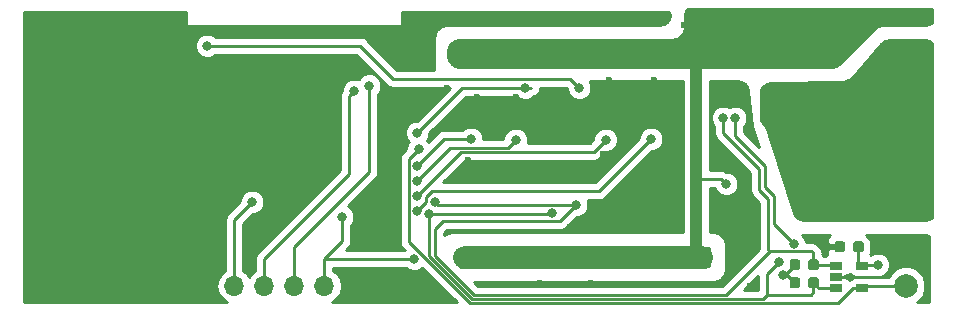
<source format=gbl>
G04 #@! TF.GenerationSoftware,KiCad,Pcbnew,5.0.0-rc3-unknown-3df2743~65~ubuntu18.04.1*
G04 #@! TF.CreationDate,2018-07-04T11:38:03+02:00*
G04 #@! TF.ProjectId,ESP32-li-ion-cell-monitor,45535033322D6C692D696F6E2D63656C,1.0*
G04 #@! TF.SameCoordinates,Original*
G04 #@! TF.FileFunction,Copper,L2,Bot,Signal*
G04 #@! TF.FilePolarity,Positive*
%FSLAX46Y46*%
G04 Gerber Fmt 4.6, Leading zero omitted, Abs format (unit mm)*
G04 Created by KiCad (PCBNEW 5.0.0-rc3-unknown-3df2743~65~ubuntu18.04.1) date Wed Jul  4 11:38:03 2018*
%MOMM*%
%LPD*%
G01*
G04 APERTURE LIST*
G04 #@! TA.AperFunction,ComponentPad*
%ADD10C,0.300000*%
G04 #@! TD*
G04 #@! TA.AperFunction,ViaPad*
%ADD11C,0.600000*%
G04 #@! TD*
G04 #@! TA.AperFunction,ComponentPad*
%ADD12O,1.700000X1.700000*%
G04 #@! TD*
G04 #@! TA.AperFunction,ComponentPad*
%ADD13R,1.700000X1.700000*%
G04 #@! TD*
G04 #@! TA.AperFunction,ComponentPad*
%ADD14C,0.800000*%
G04 #@! TD*
G04 #@! TA.AperFunction,BGAPad,CuDef*
%ADD15C,2.000000*%
G04 #@! TD*
G04 #@! TA.AperFunction,Conductor*
%ADD16C,0.100000*%
G04 #@! TD*
G04 #@! TA.AperFunction,SMDPad,CuDef*
%ADD17C,0.875000*%
G04 #@! TD*
G04 #@! TA.AperFunction,SMDPad,CuDef*
%ADD18R,1.060000X0.650000*%
G04 #@! TD*
G04 #@! TA.AperFunction,ComponentPad*
%ADD19C,10.160000*%
G04 #@! TD*
G04 #@! TA.AperFunction,ViaPad*
%ADD20C,0.800000*%
G04 #@! TD*
G04 #@! TA.AperFunction,ViaPad*
%ADD21C,2.000000*%
G04 #@! TD*
G04 #@! TA.AperFunction,Conductor*
%ADD22C,0.250000*%
G04 #@! TD*
G04 #@! TA.AperFunction,Conductor*
%ADD23C,1.000000*%
G04 #@! TD*
G04 #@! TA.AperFunction,Conductor*
%ADD24C,0.254000*%
G04 #@! TD*
G04 APERTURE END LIST*
D10*
G04 #@! TO.P,U1,9*
G04 #@! TO.N,GND*
X215392000Y-70604000D03*
X215392000Y-70279000D03*
X215392000Y-69929000D03*
X215392000Y-69604000D03*
G04 #@! TD*
D11*
G04 #@! TO.N,GND*
G04 #@! TO.C,REF\002A\002A*
X216916000Y-59944000D03*
G04 #@! TD*
G04 #@! TO.N,VCC*
G04 #@! TO.C,REF\002A\002A*
X201422000Y-72898000D03*
G04 #@! TD*
G04 #@! TO.N,VCC*
G04 #@! TO.C,REF\002A\002A*
X202438000Y-72898000D03*
G04 #@! TD*
G04 #@! TO.N,VCC*
G04 #@! TO.C,REF\002A\002A*
X202438000Y-71882000D03*
G04 #@! TD*
G04 #@! TO.N,VCC*
G04 #@! TO.C,REF\002A\002A*
X200406000Y-72898000D03*
G04 #@! TD*
G04 #@! TO.N,VCC*
G04 #@! TO.C,REF\002A\002A*
X200406000Y-71882000D03*
G04 #@! TD*
G04 #@! TO.N,VCC*
G04 #@! TO.C,REF\002A\002A*
X202438000Y-55626000D03*
G04 #@! TD*
G04 #@! TO.N,VCC*
G04 #@! TO.C,REF\002A\002A*
X201422000Y-55626000D03*
G04 #@! TD*
G04 #@! TO.N,VCC*
G04 #@! TO.C,REF\002A\002A*
X200406000Y-55626000D03*
G04 #@! TD*
G04 #@! TO.N,VCC*
G04 #@! TO.C,REF\002A\002A*
X200406000Y-54610000D03*
G04 #@! TD*
G04 #@! TO.N,VCC*
G04 #@! TO.C,REF\002A\002A*
X202438000Y-54610000D03*
G04 #@! TD*
G04 #@! TO.N,VCC*
G04 #@! TO.C,REF\002A\002A*
X231902000Y-52324000D03*
G04 #@! TD*
G04 #@! TO.N,GND*
G04 #@! TO.C,REF\002A\002A*
X199390000Y-74676000D03*
G04 #@! TD*
G04 #@! TO.N,GND*
G04 #@! TO.C,REF\002A\002A*
X203708000Y-74676000D03*
G04 #@! TD*
G04 #@! TO.N,GND*
G04 #@! TO.C,REF\002A\002A*
X214630000Y-68580000D03*
G04 #@! TD*
G04 #@! TO.N,GND*
G04 #@! TO.C,REF\002A\002A*
X228600000Y-71374000D03*
G04 #@! TD*
G04 #@! TO.N,GND*
G04 #@! TO.C,REF\002A\002A*
X231902000Y-73406000D03*
G04 #@! TD*
G04 #@! TO.N,+BATT*
G04 #@! TO.C,REF\002A\002A*
X223012000Y-58166000D03*
G04 #@! TD*
G04 #@! TO.N,+BATT*
G04 #@! TO.C,REF\002A\002A*
X231648000Y-59436000D03*
G04 #@! TD*
G04 #@! TO.N,+BATT*
G04 #@! TO.C,REF\002A\002A*
X221488000Y-68326000D03*
G04 #@! TD*
G04 #@! TO.N,+BATT*
G04 #@! TO.C,REF\002A\002A*
X231394000Y-68326000D03*
G04 #@! TD*
G04 #@! TO.N,+BATT*
G04 #@! TO.C,REF\002A\002A*
X231648000Y-54864000D03*
G04 #@! TD*
G04 #@! TO.N,+BATT*
G04 #@! TO.C,REF\002A\002A*
X219964000Y-60706000D03*
G04 #@! TD*
G04 #@! TO.N,VCC*
G04 #@! TO.C,REF\002A\002A*
X220472000Y-55118000D03*
G04 #@! TD*
G04 #@! TO.N,VCC*
G04 #@! TO.C,REF\002A\002A*
X201422000Y-71882000D03*
G04 #@! TD*
G04 #@! TO.N,VCC*
G04 #@! TO.C,REF\002A\002A*
X201422000Y-54610000D03*
G04 #@! TD*
G04 #@! TO.N,GND*
G04 #@! TO.C,REF\002A\002A*
X205232000Y-57500000D03*
G04 #@! TD*
G04 #@! TO.N,GND*
G04 #@! TO.C,REF\002A\002A*
X209042000Y-59182000D03*
G04 #@! TD*
G04 #@! TO.N,GND*
G04 #@! TO.C,REF\002A\002A*
X197358000Y-58928000D03*
G04 #@! TD*
G04 #@! TO.N,GND*
G04 #@! TO.C,REF\002A\002A*
X194056000Y-58928000D03*
G04 #@! TD*
G04 #@! TO.N,GND*
G04 #@! TO.C,REF\002A\002A*
X208534000Y-64516000D03*
G04 #@! TD*
G04 #@! TO.N,GND*
G04 #@! TO.C,REF\002A\002A*
X193294000Y-64262000D03*
G04 #@! TD*
G04 #@! TO.N,GND*
G04 #@! TO.C,REF\002A\002A*
X193294000Y-64770000D03*
G04 #@! TD*
G04 #@! TO.N,GND*
G04 #@! TO.C,REF\002A\002A*
X197358000Y-64516000D03*
G04 #@! TD*
G04 #@! TO.N,GND*
G04 #@! TO.C,REF\002A\002A*
X204724000Y-64516000D03*
G04 #@! TD*
G04 #@! TO.N,VCC*
G04 #@! TO.C,REF\002A\002A*
X211582000Y-54610000D03*
G04 #@! TD*
G04 #@! TO.N,VCC*
G04 #@! TO.C,REF\002A\002A*
X213614000Y-54610000D03*
G04 #@! TD*
G04 #@! TO.N,VCC*
G04 #@! TO.C,REF\002A\002A*
X213614000Y-52832000D03*
G04 #@! TD*
G04 #@! TO.N,VCC*
G04 #@! TO.C,REF\002A\002A*
X211582000Y-52832000D03*
G04 #@! TD*
G04 #@! TO.N,VCC*
G04 #@! TO.C,REF\002A\002A*
X213614000Y-71882000D03*
G04 #@! TD*
G04 #@! TO.N,VCC*
G04 #@! TO.C,REF\002A\002A*
X213614000Y-73152000D03*
G04 #@! TD*
G04 #@! TO.N,VCC*
G04 #@! TO.C,REF\002A\002A*
X211328000Y-73152000D03*
G04 #@! TD*
G04 #@! TO.N,VCC*
G04 #@! TO.C,REF\002A\002A*
X211328000Y-71882000D03*
G04 #@! TD*
G04 #@! TO.N,GND*
G04 #@! TO.C,REF\002A\002A*
X217170000Y-74930000D03*
G04 #@! TD*
G04 #@! TO.N,GND*
G04 #@! TO.C,REF\002A\002A*
X223139000Y-71247000D03*
G04 #@! TD*
G04 #@! TO.N,GND*
G04 #@! TO.C,REF\002A\002A*
X204724000Y-63754000D03*
G04 #@! TD*
G04 #@! TO.N,GND*
G04 #@! TO.C,REF\002A\002A*
X198628000Y-64770000D03*
G04 #@! TD*
G04 #@! TO.N,GND*
G04 #@! TO.C,REF\002A\002A*
X230378000Y-71628000D03*
G04 #@! TD*
G04 #@! TO.N,GND*
G04 #@! TO.C,REF\002A\002A*
X217170000Y-72390000D03*
G04 #@! TD*
G04 #@! TO.N,GND*
G04 #@! TO.C,REF\002A\002A*
X215392000Y-73406000D03*
G04 #@! TD*
G04 #@! TO.N,GND*
G04 #@! TO.C,REF\002A\002A*
X209804000Y-64770000D03*
G04 #@! TD*
G04 #@! TO.N,GND*
G04 #@! TO.C,REF\002A\002A*
X201168000Y-59690000D03*
G04 #@! TD*
G04 #@! TO.N,GND*
G04 #@! TO.C,REF\002A\002A*
X205232000Y-59182000D03*
G04 #@! TD*
D12*
G04 #@! TO.P,J3,5*
G04 #@! TO.N,/BOOT*
X173482000Y-74930000D03*
G04 #@! TO.P,J3,4*
G04 #@! TO.N,/RX*
X176022000Y-74930000D03*
G04 #@! TO.P,J3,3*
G04 #@! TO.N,/TX*
X178562000Y-74930000D03*
G04 #@! TO.P,J3,2*
G04 #@! TO.N,/EN*
X181102000Y-74930000D03*
D13*
G04 #@! TO.P,J3,1*
G04 #@! TO.N,GND*
X183642000Y-74930000D03*
G04 #@! TD*
D11*
G04 #@! TO.N,GND*
G04 #@! TO.C,REF\002A\002A*
X210000000Y-69000000D03*
G04 #@! TD*
G04 #@! TO.N,GND*
G04 #@! TO.C,REF\002A\002A*
X189230000Y-59182000D03*
G04 #@! TD*
G04 #@! TO.N,GND*
G04 #@! TO.C,REF\002A\002A*
X209000000Y-57500000D03*
G04 #@! TD*
G04 #@! TO.N,GND*
G04 #@! TO.C,REF\002A\002A*
X191516000Y-58166000D03*
G04 #@! TD*
D14*
G04 #@! TO.P,U2,39*
G04 #@! TO.N,GND*
X176856000Y-58990000D03*
X176856000Y-59990000D03*
X176856000Y-60990000D03*
X176856000Y-61990000D03*
X176856000Y-62990000D03*
X177856000Y-62990000D03*
X177856000Y-61990000D03*
X177856000Y-60990000D03*
X177856000Y-59990000D03*
X177856000Y-58990000D03*
X179856000Y-58990000D03*
X179856000Y-59990000D03*
X179856000Y-60990000D03*
X179856000Y-61990000D03*
X179856000Y-62990000D03*
X178856000Y-62990000D03*
X178856000Y-61990000D03*
X178856000Y-60990000D03*
X178856000Y-59990000D03*
X178856000Y-58990000D03*
X180856000Y-62990000D03*
X180856000Y-61990000D03*
X180856000Y-60990000D03*
X180856000Y-59990000D03*
X180856000Y-58990000D03*
G04 #@! TD*
D15*
G04 #@! TO.P,TP8,1*
G04 #@! TO.N,/Alert2*
X230378000Y-74930000D03*
G04 #@! TD*
D16*
G04 #@! TO.N,/SDA*
G04 #@! TO.C,R10*
G36*
X222769691Y-74202053D02*
X222790926Y-74205203D01*
X222811750Y-74210419D01*
X222831962Y-74217651D01*
X222851368Y-74226830D01*
X222869781Y-74237866D01*
X222887024Y-74250654D01*
X222902930Y-74265070D01*
X222917346Y-74280976D01*
X222930134Y-74298219D01*
X222941170Y-74316632D01*
X222950349Y-74336038D01*
X222957581Y-74356250D01*
X222962797Y-74377074D01*
X222965947Y-74398309D01*
X222967000Y-74419750D01*
X222967000Y-74932250D01*
X222965947Y-74953691D01*
X222962797Y-74974926D01*
X222957581Y-74995750D01*
X222950349Y-75015962D01*
X222941170Y-75035368D01*
X222930134Y-75053781D01*
X222917346Y-75071024D01*
X222902930Y-75086930D01*
X222887024Y-75101346D01*
X222869781Y-75114134D01*
X222851368Y-75125170D01*
X222831962Y-75134349D01*
X222811750Y-75141581D01*
X222790926Y-75146797D01*
X222769691Y-75149947D01*
X222748250Y-75151000D01*
X222310750Y-75151000D01*
X222289309Y-75149947D01*
X222268074Y-75146797D01*
X222247250Y-75141581D01*
X222227038Y-75134349D01*
X222207632Y-75125170D01*
X222189219Y-75114134D01*
X222171976Y-75101346D01*
X222156070Y-75086930D01*
X222141654Y-75071024D01*
X222128866Y-75053781D01*
X222117830Y-75035368D01*
X222108651Y-75015962D01*
X222101419Y-74995750D01*
X222096203Y-74974926D01*
X222093053Y-74953691D01*
X222092000Y-74932250D01*
X222092000Y-74419750D01*
X222093053Y-74398309D01*
X222096203Y-74377074D01*
X222101419Y-74356250D01*
X222108651Y-74336038D01*
X222117830Y-74316632D01*
X222128866Y-74298219D01*
X222141654Y-74280976D01*
X222156070Y-74265070D01*
X222171976Y-74250654D01*
X222189219Y-74237866D01*
X222207632Y-74226830D01*
X222227038Y-74217651D01*
X222247250Y-74210419D01*
X222268074Y-74205203D01*
X222289309Y-74202053D01*
X222310750Y-74201000D01*
X222748250Y-74201000D01*
X222769691Y-74202053D01*
X222769691Y-74202053D01*
G37*
D17*
G04 #@! TD*
G04 #@! TO.P,R10,1*
G04 #@! TO.N,/SDA*
X222529500Y-74676000D03*
D16*
G04 #@! TO.N,+3V*
G04 #@! TO.C,R10*
G36*
X221194691Y-74202053D02*
X221215926Y-74205203D01*
X221236750Y-74210419D01*
X221256962Y-74217651D01*
X221276368Y-74226830D01*
X221294781Y-74237866D01*
X221312024Y-74250654D01*
X221327930Y-74265070D01*
X221342346Y-74280976D01*
X221355134Y-74298219D01*
X221366170Y-74316632D01*
X221375349Y-74336038D01*
X221382581Y-74356250D01*
X221387797Y-74377074D01*
X221390947Y-74398309D01*
X221392000Y-74419750D01*
X221392000Y-74932250D01*
X221390947Y-74953691D01*
X221387797Y-74974926D01*
X221382581Y-74995750D01*
X221375349Y-75015962D01*
X221366170Y-75035368D01*
X221355134Y-75053781D01*
X221342346Y-75071024D01*
X221327930Y-75086930D01*
X221312024Y-75101346D01*
X221294781Y-75114134D01*
X221276368Y-75125170D01*
X221256962Y-75134349D01*
X221236750Y-75141581D01*
X221215926Y-75146797D01*
X221194691Y-75149947D01*
X221173250Y-75151000D01*
X220735750Y-75151000D01*
X220714309Y-75149947D01*
X220693074Y-75146797D01*
X220672250Y-75141581D01*
X220652038Y-75134349D01*
X220632632Y-75125170D01*
X220614219Y-75114134D01*
X220596976Y-75101346D01*
X220581070Y-75086930D01*
X220566654Y-75071024D01*
X220553866Y-75053781D01*
X220542830Y-75035368D01*
X220533651Y-75015962D01*
X220526419Y-74995750D01*
X220521203Y-74974926D01*
X220518053Y-74953691D01*
X220517000Y-74932250D01*
X220517000Y-74419750D01*
X220518053Y-74398309D01*
X220521203Y-74377074D01*
X220526419Y-74356250D01*
X220533651Y-74336038D01*
X220542830Y-74316632D01*
X220553866Y-74298219D01*
X220566654Y-74280976D01*
X220581070Y-74265070D01*
X220596976Y-74250654D01*
X220614219Y-74237866D01*
X220632632Y-74226830D01*
X220652038Y-74217651D01*
X220672250Y-74210419D01*
X220693074Y-74205203D01*
X220714309Y-74202053D01*
X220735750Y-74201000D01*
X221173250Y-74201000D01*
X221194691Y-74202053D01*
X221194691Y-74202053D01*
G37*
D17*
G04 #@! TD*
G04 #@! TO.P,R10,2*
G04 #@! TO.N,+3V*
X220954500Y-74676000D03*
D18*
G04 #@! TO.P,U5,1*
G04 #@! TO.N,/SDA*
X224452000Y-75118000D03*
G04 #@! TO.P,U5,2*
G04 #@! TO.N,GND*
X224452000Y-74168000D03*
G04 #@! TO.P,U5,3*
G04 #@! TO.N,/SCL*
X224452000Y-73218000D03*
G04 #@! TO.P,U5,4*
G04 #@! TO.N,+3V*
X226652000Y-73218000D03*
G04 #@! TO.P,U5,5*
G04 #@! TO.N,/Alert2*
X226652000Y-75118000D03*
G04 #@! TD*
D11*
G04 #@! TO.N,GND*
G04 #@! TO.C,REF\002A\002A*
X214500000Y-63000000D03*
G04 #@! TD*
D16*
G04 #@! TO.N,GND*
G04 #@! TO.C,C9*
G36*
X225004691Y-71154053D02*
X225025926Y-71157203D01*
X225046750Y-71162419D01*
X225066962Y-71169651D01*
X225086368Y-71178830D01*
X225104781Y-71189866D01*
X225122024Y-71202654D01*
X225137930Y-71217070D01*
X225152346Y-71232976D01*
X225165134Y-71250219D01*
X225176170Y-71268632D01*
X225185349Y-71288038D01*
X225192581Y-71308250D01*
X225197797Y-71329074D01*
X225200947Y-71350309D01*
X225202000Y-71371750D01*
X225202000Y-71884250D01*
X225200947Y-71905691D01*
X225197797Y-71926926D01*
X225192581Y-71947750D01*
X225185349Y-71967962D01*
X225176170Y-71987368D01*
X225165134Y-72005781D01*
X225152346Y-72023024D01*
X225137930Y-72038930D01*
X225122024Y-72053346D01*
X225104781Y-72066134D01*
X225086368Y-72077170D01*
X225066962Y-72086349D01*
X225046750Y-72093581D01*
X225025926Y-72098797D01*
X225004691Y-72101947D01*
X224983250Y-72103000D01*
X224545750Y-72103000D01*
X224524309Y-72101947D01*
X224503074Y-72098797D01*
X224482250Y-72093581D01*
X224462038Y-72086349D01*
X224442632Y-72077170D01*
X224424219Y-72066134D01*
X224406976Y-72053346D01*
X224391070Y-72038930D01*
X224376654Y-72023024D01*
X224363866Y-72005781D01*
X224352830Y-71987368D01*
X224343651Y-71967962D01*
X224336419Y-71947750D01*
X224331203Y-71926926D01*
X224328053Y-71905691D01*
X224327000Y-71884250D01*
X224327000Y-71371750D01*
X224328053Y-71350309D01*
X224331203Y-71329074D01*
X224336419Y-71308250D01*
X224343651Y-71288038D01*
X224352830Y-71268632D01*
X224363866Y-71250219D01*
X224376654Y-71232976D01*
X224391070Y-71217070D01*
X224406976Y-71202654D01*
X224424219Y-71189866D01*
X224442632Y-71178830D01*
X224462038Y-71169651D01*
X224482250Y-71162419D01*
X224503074Y-71157203D01*
X224524309Y-71154053D01*
X224545750Y-71153000D01*
X224983250Y-71153000D01*
X225004691Y-71154053D01*
X225004691Y-71154053D01*
G37*
D17*
G04 #@! TD*
G04 #@! TO.P,C9,1*
G04 #@! TO.N,GND*
X224764500Y-71628000D03*
D16*
G04 #@! TO.N,+3V*
G04 #@! TO.C,C9*
G36*
X226579691Y-71154053D02*
X226600926Y-71157203D01*
X226621750Y-71162419D01*
X226641962Y-71169651D01*
X226661368Y-71178830D01*
X226679781Y-71189866D01*
X226697024Y-71202654D01*
X226712930Y-71217070D01*
X226727346Y-71232976D01*
X226740134Y-71250219D01*
X226751170Y-71268632D01*
X226760349Y-71288038D01*
X226767581Y-71308250D01*
X226772797Y-71329074D01*
X226775947Y-71350309D01*
X226777000Y-71371750D01*
X226777000Y-71884250D01*
X226775947Y-71905691D01*
X226772797Y-71926926D01*
X226767581Y-71947750D01*
X226760349Y-71967962D01*
X226751170Y-71987368D01*
X226740134Y-72005781D01*
X226727346Y-72023024D01*
X226712930Y-72038930D01*
X226697024Y-72053346D01*
X226679781Y-72066134D01*
X226661368Y-72077170D01*
X226641962Y-72086349D01*
X226621750Y-72093581D01*
X226600926Y-72098797D01*
X226579691Y-72101947D01*
X226558250Y-72103000D01*
X226120750Y-72103000D01*
X226099309Y-72101947D01*
X226078074Y-72098797D01*
X226057250Y-72093581D01*
X226037038Y-72086349D01*
X226017632Y-72077170D01*
X225999219Y-72066134D01*
X225981976Y-72053346D01*
X225966070Y-72038930D01*
X225951654Y-72023024D01*
X225938866Y-72005781D01*
X225927830Y-71987368D01*
X225918651Y-71967962D01*
X225911419Y-71947750D01*
X225906203Y-71926926D01*
X225903053Y-71905691D01*
X225902000Y-71884250D01*
X225902000Y-71371750D01*
X225903053Y-71350309D01*
X225906203Y-71329074D01*
X225911419Y-71308250D01*
X225918651Y-71288038D01*
X225927830Y-71268632D01*
X225938866Y-71250219D01*
X225951654Y-71232976D01*
X225966070Y-71217070D01*
X225981976Y-71202654D01*
X225999219Y-71189866D01*
X226017632Y-71178830D01*
X226037038Y-71169651D01*
X226057250Y-71162419D01*
X226078074Y-71157203D01*
X226099309Y-71154053D01*
X226120750Y-71153000D01*
X226558250Y-71153000D01*
X226579691Y-71154053D01*
X226579691Y-71154053D01*
G37*
D17*
G04 #@! TD*
G04 #@! TO.P,C9,2*
G04 #@! TO.N,+3V*
X226339500Y-71628000D03*
D19*
G04 #@! TO.P,J1,1*
G04 #@! TO.N,+BATT*
X226000000Y-64000000D03*
G04 #@! TD*
G04 #@! TO.P,J2,1*
G04 #@! TO.N,GND*
X162000000Y-64000000D03*
G04 #@! TD*
D16*
G04 #@! TO.N,/SCL*
G04 #@! TO.C,R12*
G36*
X222769691Y-72678053D02*
X222790926Y-72681203D01*
X222811750Y-72686419D01*
X222831962Y-72693651D01*
X222851368Y-72702830D01*
X222869781Y-72713866D01*
X222887024Y-72726654D01*
X222902930Y-72741070D01*
X222917346Y-72756976D01*
X222930134Y-72774219D01*
X222941170Y-72792632D01*
X222950349Y-72812038D01*
X222957581Y-72832250D01*
X222962797Y-72853074D01*
X222965947Y-72874309D01*
X222967000Y-72895750D01*
X222967000Y-73408250D01*
X222965947Y-73429691D01*
X222962797Y-73450926D01*
X222957581Y-73471750D01*
X222950349Y-73491962D01*
X222941170Y-73511368D01*
X222930134Y-73529781D01*
X222917346Y-73547024D01*
X222902930Y-73562930D01*
X222887024Y-73577346D01*
X222869781Y-73590134D01*
X222851368Y-73601170D01*
X222831962Y-73610349D01*
X222811750Y-73617581D01*
X222790926Y-73622797D01*
X222769691Y-73625947D01*
X222748250Y-73627000D01*
X222310750Y-73627000D01*
X222289309Y-73625947D01*
X222268074Y-73622797D01*
X222247250Y-73617581D01*
X222227038Y-73610349D01*
X222207632Y-73601170D01*
X222189219Y-73590134D01*
X222171976Y-73577346D01*
X222156070Y-73562930D01*
X222141654Y-73547024D01*
X222128866Y-73529781D01*
X222117830Y-73511368D01*
X222108651Y-73491962D01*
X222101419Y-73471750D01*
X222096203Y-73450926D01*
X222093053Y-73429691D01*
X222092000Y-73408250D01*
X222092000Y-72895750D01*
X222093053Y-72874309D01*
X222096203Y-72853074D01*
X222101419Y-72832250D01*
X222108651Y-72812038D01*
X222117830Y-72792632D01*
X222128866Y-72774219D01*
X222141654Y-72756976D01*
X222156070Y-72741070D01*
X222171976Y-72726654D01*
X222189219Y-72713866D01*
X222207632Y-72702830D01*
X222227038Y-72693651D01*
X222247250Y-72686419D01*
X222268074Y-72681203D01*
X222289309Y-72678053D01*
X222310750Y-72677000D01*
X222748250Y-72677000D01*
X222769691Y-72678053D01*
X222769691Y-72678053D01*
G37*
D17*
G04 #@! TD*
G04 #@! TO.P,R12,1*
G04 #@! TO.N,/SCL*
X222529500Y-73152000D03*
D16*
G04 #@! TO.N,+3V*
G04 #@! TO.C,R12*
G36*
X221194691Y-72678053D02*
X221215926Y-72681203D01*
X221236750Y-72686419D01*
X221256962Y-72693651D01*
X221276368Y-72702830D01*
X221294781Y-72713866D01*
X221312024Y-72726654D01*
X221327930Y-72741070D01*
X221342346Y-72756976D01*
X221355134Y-72774219D01*
X221366170Y-72792632D01*
X221375349Y-72812038D01*
X221382581Y-72832250D01*
X221387797Y-72853074D01*
X221390947Y-72874309D01*
X221392000Y-72895750D01*
X221392000Y-73408250D01*
X221390947Y-73429691D01*
X221387797Y-73450926D01*
X221382581Y-73471750D01*
X221375349Y-73491962D01*
X221366170Y-73511368D01*
X221355134Y-73529781D01*
X221342346Y-73547024D01*
X221327930Y-73562930D01*
X221312024Y-73577346D01*
X221294781Y-73590134D01*
X221276368Y-73601170D01*
X221256962Y-73610349D01*
X221236750Y-73617581D01*
X221215926Y-73622797D01*
X221194691Y-73625947D01*
X221173250Y-73627000D01*
X220735750Y-73627000D01*
X220714309Y-73625947D01*
X220693074Y-73622797D01*
X220672250Y-73617581D01*
X220652038Y-73610349D01*
X220632632Y-73601170D01*
X220614219Y-73590134D01*
X220596976Y-73577346D01*
X220581070Y-73562930D01*
X220566654Y-73547024D01*
X220553866Y-73529781D01*
X220542830Y-73511368D01*
X220533651Y-73491962D01*
X220526419Y-73471750D01*
X220521203Y-73450926D01*
X220518053Y-73429691D01*
X220517000Y-73408250D01*
X220517000Y-72895750D01*
X220518053Y-72874309D01*
X220521203Y-72853074D01*
X220526419Y-72832250D01*
X220533651Y-72812038D01*
X220542830Y-72792632D01*
X220553866Y-72774219D01*
X220566654Y-72756976D01*
X220581070Y-72741070D01*
X220596976Y-72726654D01*
X220614219Y-72713866D01*
X220632632Y-72702830D01*
X220652038Y-72693651D01*
X220672250Y-72686419D01*
X220693074Y-72681203D01*
X220714309Y-72678053D01*
X220735750Y-72677000D01*
X221173250Y-72677000D01*
X221194691Y-72678053D01*
X221194691Y-72678053D01*
G37*
D17*
G04 #@! TD*
G04 #@! TO.P,R12,2*
G04 #@! TO.N,+3V*
X220954500Y-73152000D03*
D20*
G04 #@! TO.N,/EN*
X188722000Y-72644000D03*
X182626000Y-69088000D03*
G04 #@! TO.N,/BOOT*
X175006000Y-67818000D03*
G04 #@! TO.N,/TX*
X184912000Y-57979010D03*
G04 #@! TO.N,/RX*
X183642000Y-58420000D03*
G04 #@! TO.N,Net-(Q4-Pad1)*
X188976006Y-68580000D03*
X208788000Y-62483999D03*
G04 #@! TO.N,Net-(Q3-Pad1)*
X188976000Y-67310000D03*
X204930120Y-62568430D03*
G04 #@! TO.N,Net-(Q2-Pad1)*
X188976000Y-66040000D03*
X197310123Y-62568433D03*
G04 #@! TO.N,Net-(Q1-Pad1)*
X188976000Y-64770000D03*
X193548002Y-62484000D03*
D21*
G04 #@! TO.N,VCC*
X212598000Y-53848000D03*
X212598000Y-72390000D03*
D20*
X215138000Y-66294000D03*
G04 #@! TO.N,/SDA*
X189992000Y-68834000D03*
X200406000Y-68797010D03*
X215900000Y-60706000D03*
X219583000Y-72898000D03*
X220852998Y-71374000D03*
G04 #@! TO.N,/SCL*
X202438000Y-68072000D03*
X214884000Y-60706000D03*
X190500000Y-67818000D03*
G04 #@! TO.N,/Alert2*
X189103000Y-63373000D03*
G04 #@! TO.N,/Alert1*
X188976000Y-61976000D03*
X198120000Y-58166000D03*
G04 #@! TO.N,+3V*
X171196000Y-54610000D03*
X202692000Y-58166000D03*
X227965000Y-73152000D03*
X219964000Y-74041000D03*
G04 #@! TD*
D22*
G04 #@! TO.N,GND*
X224452000Y-74168000D02*
X225232000Y-74168000D01*
X225232000Y-74168000D02*
X228346000Y-74168000D01*
X215492000Y-69504000D02*
X215492000Y-68988000D01*
X215492000Y-68988000D02*
X215900000Y-68580000D01*
X215492000Y-70704000D02*
X215492000Y-71474000D01*
X215292000Y-69504000D02*
X215292000Y-68988000D01*
X215292000Y-70704000D02*
X215292000Y-71274000D01*
X215492000Y-70704000D02*
X215492000Y-70304000D01*
X215492000Y-70304000D02*
X215492000Y-69904000D01*
X215492000Y-69904000D02*
X215492000Y-69504000D01*
X215292000Y-69504000D02*
X215292000Y-69904000D01*
X215292000Y-70304000D02*
X215292000Y-70704000D01*
X215292000Y-69904000D02*
X215292000Y-70304000D01*
G04 #@! TO.N,/EN*
X181102000Y-72644000D02*
X188722000Y-72644000D01*
X181102000Y-72644000D02*
X181102000Y-74930000D01*
X181102000Y-72644000D02*
X182626000Y-71120000D01*
X182626000Y-71120000D02*
X182626000Y-69653685D01*
X182626000Y-69653685D02*
X182626000Y-69088000D01*
G04 #@! TO.N,/BOOT*
X174606001Y-68217999D02*
X175006000Y-67818000D01*
X173482000Y-74930000D02*
X173482000Y-69342000D01*
X173482000Y-69342000D02*
X174606001Y-68217999D01*
G04 #@! TO.N,/TX*
X178562000Y-71628000D02*
X184912000Y-65278000D01*
X184912000Y-58544695D02*
X184912000Y-57979010D01*
X184912000Y-65278000D02*
X184912000Y-58544695D01*
X178562000Y-74930000D02*
X178562000Y-71628000D01*
G04 #@! TO.N,/RX*
X183242001Y-58819999D02*
X183242001Y-65423999D01*
X183642000Y-58420000D02*
X183242001Y-58819999D01*
X176022000Y-72644000D02*
X176022000Y-74930000D01*
X183242001Y-65423999D02*
X176022000Y-72644000D01*
G04 #@! TO.N,Net-(Q4-Pad1)*
X208388001Y-62883998D02*
X208788000Y-62483999D01*
X204333001Y-66938998D02*
X208388001Y-62883998D01*
X189738000Y-67400996D02*
X190199998Y-66938998D01*
X188976006Y-68580000D02*
X189738000Y-67818006D01*
X190199998Y-66938998D02*
X204333001Y-66938998D01*
X189738000Y-67818006D02*
X189738000Y-67400996D01*
G04 #@! TO.N,Net-(Q3-Pad1)*
X192699988Y-63586012D02*
X203912538Y-63586012D01*
X203912538Y-63586012D02*
X204530121Y-62968429D01*
X188976000Y-67310000D02*
X192699988Y-63586012D01*
X204530121Y-62968429D02*
X204930120Y-62568430D01*
G04 #@! TO.N,Net-(Q2-Pad1)*
X188976000Y-66040000D02*
X191779999Y-63236001D01*
X191779999Y-63236001D02*
X196642555Y-63236001D01*
X196642555Y-63236001D02*
X196910124Y-62968432D01*
X196910124Y-62968432D02*
X197310123Y-62568433D01*
G04 #@! TO.N,Net-(Q1-Pad1)*
X188976000Y-64770000D02*
X191262000Y-62484000D01*
X191262000Y-62484000D02*
X192982317Y-62484000D01*
X192982317Y-62484000D02*
X193548002Y-62484000D01*
D23*
G04 #@! TO.N,VCC*
X212598000Y-53848000D02*
X212598000Y-55262213D01*
X212598000Y-61976000D02*
X212598000Y-72390000D01*
X212598000Y-55262213D02*
X212598000Y-61976000D01*
D22*
X214738001Y-65894001D02*
X215138000Y-66294000D01*
X212598000Y-61976000D02*
X212598000Y-65894001D01*
X212598000Y-65894001D02*
X214738001Y-65894001D01*
G04 #@! TO.N,/SDA*
X189992000Y-68834000D02*
X200369010Y-68834000D01*
X200369010Y-68834000D02*
X200406000Y-68797010D01*
X222971500Y-75118000D02*
X224452000Y-75118000D01*
X222529500Y-74676000D02*
X222971500Y-75118000D01*
X222301000Y-75692000D02*
X222529500Y-75463500D01*
X222529500Y-75463500D02*
X222529500Y-74676000D01*
X218567000Y-73914000D02*
X219583000Y-72898000D01*
X218567000Y-75692000D02*
X218567000Y-73914000D01*
X218567000Y-75692000D02*
X222301000Y-75692000D01*
X215900000Y-62230000D02*
X218440000Y-64770000D01*
X215900000Y-60706000D02*
X215900000Y-62230000D01*
X218440000Y-64770000D02*
X218440000Y-66548000D01*
X218440000Y-66548000D02*
X219202000Y-67310000D01*
X220452999Y-70974001D02*
X220852998Y-71374000D01*
X219202000Y-67310000D02*
X219202000Y-69723002D01*
X219202000Y-69723002D02*
X220452999Y-70974001D01*
X193657020Y-76042010D02*
X189992000Y-72376990D01*
X218216990Y-76042010D02*
X193657020Y-76042010D01*
X189992000Y-72376990D02*
X189992000Y-69399685D01*
X189992000Y-69399685D02*
X189992000Y-68834000D01*
X218567000Y-75692000D02*
X218216990Y-76042010D01*
G04 #@! TO.N,/SCL*
X224386000Y-73152000D02*
X224452000Y-73218000D01*
X222529500Y-73152000D02*
X224386000Y-73152000D01*
X222529500Y-72161500D02*
X222529500Y-73152000D01*
X222377000Y-72009000D02*
X222529500Y-72161500D01*
X218821000Y-72009000D02*
X222377000Y-72009000D01*
X190754000Y-68072000D02*
X190500000Y-67818000D01*
X202438000Y-68072000D02*
X190754000Y-68072000D01*
X218694000Y-67564000D02*
X218694000Y-71882000D01*
X217932000Y-66802000D02*
X218694000Y-67564000D01*
X218694000Y-71882000D02*
X218821000Y-72009000D01*
X214884000Y-60706000D02*
X214884000Y-61976000D01*
X217932000Y-65024000D02*
X217932000Y-66802000D01*
X214884000Y-61976000D02*
X217932000Y-65024000D01*
X218821000Y-72009000D02*
X215138000Y-75692000D01*
X215138000Y-75692000D02*
X193802000Y-75692000D01*
X190500000Y-70104000D02*
X191181989Y-69422011D01*
X201087989Y-69422011D02*
X202438000Y-68072000D01*
X193802000Y-75692000D02*
X190500000Y-72390000D01*
X190500000Y-72390000D02*
X190500000Y-70104000D01*
X191181989Y-69422011D02*
X201087989Y-69422011D01*
G04 #@! TO.N,/Alert2*
X226840000Y-74930000D02*
X226652000Y-75118000D01*
X230378000Y-74930000D02*
X226840000Y-74930000D01*
X224597980Y-76392020D02*
X193486020Y-76392020D01*
X188703001Y-63772999D02*
X189103000Y-63373000D01*
X188279978Y-71185978D02*
X188279978Y-64196022D01*
X188279978Y-64196022D02*
X188703001Y-63772999D01*
X193486020Y-76392020D02*
X188279978Y-71185978D01*
X225872000Y-75118000D02*
X224597980Y-76392020D01*
X226652000Y-75118000D02*
X225872000Y-75118000D01*
G04 #@! TO.N,/Alert1*
X188976000Y-61976000D02*
X192786000Y-58166000D01*
X192786000Y-58166000D02*
X198628000Y-58166000D01*
G04 #@! TO.N,+3V*
X226339500Y-72905500D02*
X226652000Y-73218000D01*
X226339500Y-71628000D02*
X226339500Y-72905500D01*
X226718000Y-73152000D02*
X226652000Y-73218000D01*
X227965000Y-73152000D02*
X226718000Y-73152000D01*
X220192500Y-73914000D02*
X220192500Y-73997185D01*
X220148685Y-74041000D02*
X219964000Y-74041000D01*
X220954500Y-74676000D02*
X220192500Y-73914000D01*
X220192500Y-73997185D02*
X220148685Y-74041000D01*
X220954500Y-73152000D02*
X220192500Y-73914000D01*
X201930000Y-57404000D02*
X202692000Y-58166000D01*
X186944000Y-57404000D02*
X201930000Y-57404000D01*
X171196000Y-54610000D02*
X184150000Y-54610000D01*
X184150000Y-54610000D02*
X186944000Y-57404000D01*
G04 #@! TD*
D24*
G04 #@! TO.N,GND*
G36*
X232290000Y-70687173D02*
X232290000Y-76290000D01*
X231330239Y-76290000D01*
X231764086Y-75856153D01*
X232013000Y-75255222D01*
X232013000Y-74604778D01*
X231764086Y-74003847D01*
X231304153Y-73543914D01*
X230703222Y-73295000D01*
X230052778Y-73295000D01*
X229451847Y-73543914D01*
X228991914Y-74003847D01*
X228923091Y-74170000D01*
X228211916Y-74170000D01*
X228551280Y-74029431D01*
X228842431Y-73738280D01*
X229000000Y-73357874D01*
X229000000Y-72946126D01*
X228842431Y-72565720D01*
X228551280Y-72274569D01*
X228170874Y-72117000D01*
X227759126Y-72117000D01*
X227378720Y-72274569D01*
X227370278Y-72283011D01*
X227320203Y-72273050D01*
X227358505Y-72215727D01*
X227424440Y-71884250D01*
X227424440Y-71371750D01*
X227358505Y-71040273D01*
X227170739Y-70759261D01*
X226972796Y-70627000D01*
X231987491Y-70627000D01*
X232290000Y-70687173D01*
X232290000Y-70687173D01*
G37*
X232290000Y-70687173D02*
X232290000Y-76290000D01*
X231330239Y-76290000D01*
X231764086Y-75856153D01*
X232013000Y-75255222D01*
X232013000Y-74604778D01*
X231764086Y-74003847D01*
X231304153Y-73543914D01*
X230703222Y-73295000D01*
X230052778Y-73295000D01*
X229451847Y-73543914D01*
X228991914Y-74003847D01*
X228923091Y-74170000D01*
X228211916Y-74170000D01*
X228551280Y-74029431D01*
X228842431Y-73738280D01*
X229000000Y-73357874D01*
X229000000Y-72946126D01*
X228842431Y-72565720D01*
X228551280Y-72274569D01*
X228170874Y-72117000D01*
X227759126Y-72117000D01*
X227378720Y-72274569D01*
X227370278Y-72283011D01*
X227320203Y-72273050D01*
X227358505Y-72215727D01*
X227424440Y-71884250D01*
X227424440Y-71371750D01*
X227358505Y-71040273D01*
X227170739Y-70759261D01*
X226972796Y-70627000D01*
X231987491Y-70627000D01*
X232290000Y-70687173D01*
G36*
X188135720Y-73521431D02*
X188516126Y-73679000D01*
X188927874Y-73679000D01*
X189308280Y-73521431D01*
X189424455Y-73405256D01*
X192309198Y-76290000D01*
X181739545Y-76290000D01*
X182172625Y-76000625D01*
X182500839Y-75509418D01*
X182616092Y-74930000D01*
X182500839Y-74350582D01*
X182172625Y-73859375D01*
X181862000Y-73651822D01*
X181862000Y-73404000D01*
X188018289Y-73404000D01*
X188135720Y-73521431D01*
X188135720Y-73521431D01*
G37*
X188135720Y-73521431D02*
X188516126Y-73679000D01*
X188927874Y-73679000D01*
X189308280Y-73521431D01*
X189424455Y-73405256D01*
X192309198Y-76290000D01*
X181739545Y-76290000D01*
X182172625Y-76000625D01*
X182500839Y-75509418D01*
X182616092Y-74930000D01*
X182500839Y-74350582D01*
X182172625Y-73859375D01*
X181862000Y-73651822D01*
X181862000Y-73404000D01*
X188018289Y-73404000D01*
X188135720Y-73521431D01*
G36*
X169429000Y-52830000D02*
X169438667Y-52878601D01*
X169466197Y-52919803D01*
X169507399Y-52947333D01*
X169556000Y-52957000D01*
X187590000Y-52957000D01*
X187638601Y-52947333D01*
X187679803Y-52919803D01*
X187707333Y-52878601D01*
X187717000Y-52830000D01*
X187717000Y-51710000D01*
X210312827Y-51710000D01*
X210370512Y-52000000D01*
X210304248Y-52333130D01*
X210115545Y-52615545D01*
X209833130Y-52804248D01*
X209487491Y-52873000D01*
X191500000Y-52873000D01*
X191475224Y-52875440D01*
X191092541Y-52951560D01*
X191046760Y-52970523D01*
X190722336Y-53187296D01*
X190687296Y-53222336D01*
X190470523Y-53546760D01*
X190451560Y-53592541D01*
X190375440Y-53975224D01*
X190373000Y-54000000D01*
X190373000Y-56500000D01*
X190375440Y-56524776D01*
X190399155Y-56644000D01*
X187258802Y-56644000D01*
X184740331Y-54125530D01*
X184697929Y-54062071D01*
X184446537Y-53894096D01*
X184224852Y-53850000D01*
X184224847Y-53850000D01*
X184150000Y-53835112D01*
X184075153Y-53850000D01*
X171899711Y-53850000D01*
X171782280Y-53732569D01*
X171401874Y-53575000D01*
X170990126Y-53575000D01*
X170609720Y-53732569D01*
X170318569Y-54023720D01*
X170161000Y-54404126D01*
X170161000Y-54815874D01*
X170318569Y-55196280D01*
X170609720Y-55487431D01*
X170990126Y-55645000D01*
X171401874Y-55645000D01*
X171782280Y-55487431D01*
X171899711Y-55370000D01*
X183835199Y-55370000D01*
X186353670Y-57888472D01*
X186396071Y-57951929D01*
X186459527Y-57994329D01*
X186647462Y-58119904D01*
X186665355Y-58123463D01*
X186869148Y-58164000D01*
X186869152Y-58164000D01*
X186944000Y-58178888D01*
X187018848Y-58164000D01*
X191713198Y-58164000D01*
X188936199Y-60941000D01*
X188770126Y-60941000D01*
X188389720Y-61098569D01*
X188098569Y-61389720D01*
X187941000Y-61770126D01*
X187941000Y-62181874D01*
X188098569Y-62562280D01*
X188274289Y-62738000D01*
X188225569Y-62786720D01*
X188068000Y-63167126D01*
X188068000Y-63333199D01*
X187795506Y-63605693D01*
X187732050Y-63648093D01*
X187689650Y-63711549D01*
X187689649Y-63711550D01*
X187564075Y-63899485D01*
X187505090Y-64196022D01*
X187519979Y-64270874D01*
X187519978Y-71111131D01*
X187505090Y-71185978D01*
X187519978Y-71260825D01*
X187519978Y-71260829D01*
X187564074Y-71482514D01*
X187732049Y-71733907D01*
X187795508Y-71776309D01*
X187903199Y-71884000D01*
X182936803Y-71884000D01*
X183110476Y-71710327D01*
X183173929Y-71667929D01*
X183216327Y-71604476D01*
X183216329Y-71604474D01*
X183341903Y-71416538D01*
X183341904Y-71416537D01*
X183386000Y-71194852D01*
X183386000Y-71194848D01*
X183400888Y-71120001D01*
X183386000Y-71045154D01*
X183386000Y-69791711D01*
X183503431Y-69674280D01*
X183661000Y-69293874D01*
X183661000Y-68882126D01*
X183503431Y-68501720D01*
X183212280Y-68210569D01*
X183100524Y-68164278D01*
X185396473Y-65868329D01*
X185459929Y-65825929D01*
X185627904Y-65574537D01*
X185672000Y-65352852D01*
X185672000Y-65352848D01*
X185686888Y-65278001D01*
X185672000Y-65203154D01*
X185672000Y-58682721D01*
X185789431Y-58565290D01*
X185947000Y-58184884D01*
X185947000Y-57773136D01*
X185789431Y-57392730D01*
X185498280Y-57101579D01*
X185117874Y-56944010D01*
X184706126Y-56944010D01*
X184325720Y-57101579D01*
X184034569Y-57392730D01*
X184009961Y-57452139D01*
X183847874Y-57385000D01*
X183436126Y-57385000D01*
X183055720Y-57542569D01*
X182764569Y-57833720D01*
X182607000Y-58214126D01*
X182607000Y-58402383D01*
X182526097Y-58523463D01*
X182482001Y-58745148D01*
X182482001Y-58745152D01*
X182467113Y-58819999D01*
X182482001Y-58894846D01*
X182482002Y-65109195D01*
X175537530Y-72053669D01*
X175474071Y-72096071D01*
X175306096Y-72347464D01*
X175262000Y-72569149D01*
X175262000Y-72569153D01*
X175247112Y-72644000D01*
X175262000Y-72718847D01*
X175262000Y-73651822D01*
X174951375Y-73859375D01*
X174752000Y-74157761D01*
X174552625Y-73859375D01*
X174242000Y-73651822D01*
X174242000Y-69656801D01*
X175045803Y-68853000D01*
X175211874Y-68853000D01*
X175592280Y-68695431D01*
X175883431Y-68404280D01*
X176041000Y-68023874D01*
X176041000Y-67612126D01*
X175883431Y-67231720D01*
X175592280Y-66940569D01*
X175211874Y-66783000D01*
X174800126Y-66783000D01*
X174419720Y-66940569D01*
X174128569Y-67231720D01*
X173971000Y-67612126D01*
X173971000Y-67778197D01*
X172997527Y-68751671D01*
X172934072Y-68794071D01*
X172891672Y-68857527D01*
X172891671Y-68857528D01*
X172801227Y-68992887D01*
X172766097Y-69045463D01*
X172753857Y-69107000D01*
X172707112Y-69342000D01*
X172722001Y-69416852D01*
X172722000Y-73651822D01*
X172411375Y-73859375D01*
X172083161Y-74350582D01*
X171967908Y-74930000D01*
X172083161Y-75509418D01*
X172411375Y-76000625D01*
X172844455Y-76290000D01*
X155710000Y-76290000D01*
X155710000Y-51710000D01*
X169429000Y-51710000D01*
X169429000Y-52830000D01*
X169429000Y-52830000D01*
G37*
X169429000Y-52830000D02*
X169438667Y-52878601D01*
X169466197Y-52919803D01*
X169507399Y-52947333D01*
X169556000Y-52957000D01*
X187590000Y-52957000D01*
X187638601Y-52947333D01*
X187679803Y-52919803D01*
X187707333Y-52878601D01*
X187717000Y-52830000D01*
X187717000Y-51710000D01*
X210312827Y-51710000D01*
X210370512Y-52000000D01*
X210304248Y-52333130D01*
X210115545Y-52615545D01*
X209833130Y-52804248D01*
X209487491Y-52873000D01*
X191500000Y-52873000D01*
X191475224Y-52875440D01*
X191092541Y-52951560D01*
X191046760Y-52970523D01*
X190722336Y-53187296D01*
X190687296Y-53222336D01*
X190470523Y-53546760D01*
X190451560Y-53592541D01*
X190375440Y-53975224D01*
X190373000Y-54000000D01*
X190373000Y-56500000D01*
X190375440Y-56524776D01*
X190399155Y-56644000D01*
X187258802Y-56644000D01*
X184740331Y-54125530D01*
X184697929Y-54062071D01*
X184446537Y-53894096D01*
X184224852Y-53850000D01*
X184224847Y-53850000D01*
X184150000Y-53835112D01*
X184075153Y-53850000D01*
X171899711Y-53850000D01*
X171782280Y-53732569D01*
X171401874Y-53575000D01*
X170990126Y-53575000D01*
X170609720Y-53732569D01*
X170318569Y-54023720D01*
X170161000Y-54404126D01*
X170161000Y-54815874D01*
X170318569Y-55196280D01*
X170609720Y-55487431D01*
X170990126Y-55645000D01*
X171401874Y-55645000D01*
X171782280Y-55487431D01*
X171899711Y-55370000D01*
X183835199Y-55370000D01*
X186353670Y-57888472D01*
X186396071Y-57951929D01*
X186459527Y-57994329D01*
X186647462Y-58119904D01*
X186665355Y-58123463D01*
X186869148Y-58164000D01*
X186869152Y-58164000D01*
X186944000Y-58178888D01*
X187018848Y-58164000D01*
X191713198Y-58164000D01*
X188936199Y-60941000D01*
X188770126Y-60941000D01*
X188389720Y-61098569D01*
X188098569Y-61389720D01*
X187941000Y-61770126D01*
X187941000Y-62181874D01*
X188098569Y-62562280D01*
X188274289Y-62738000D01*
X188225569Y-62786720D01*
X188068000Y-63167126D01*
X188068000Y-63333199D01*
X187795506Y-63605693D01*
X187732050Y-63648093D01*
X187689650Y-63711549D01*
X187689649Y-63711550D01*
X187564075Y-63899485D01*
X187505090Y-64196022D01*
X187519979Y-64270874D01*
X187519978Y-71111131D01*
X187505090Y-71185978D01*
X187519978Y-71260825D01*
X187519978Y-71260829D01*
X187564074Y-71482514D01*
X187732049Y-71733907D01*
X187795508Y-71776309D01*
X187903199Y-71884000D01*
X182936803Y-71884000D01*
X183110476Y-71710327D01*
X183173929Y-71667929D01*
X183216327Y-71604476D01*
X183216329Y-71604474D01*
X183341903Y-71416538D01*
X183341904Y-71416537D01*
X183386000Y-71194852D01*
X183386000Y-71194848D01*
X183400888Y-71120001D01*
X183386000Y-71045154D01*
X183386000Y-69791711D01*
X183503431Y-69674280D01*
X183661000Y-69293874D01*
X183661000Y-68882126D01*
X183503431Y-68501720D01*
X183212280Y-68210569D01*
X183100524Y-68164278D01*
X185396473Y-65868329D01*
X185459929Y-65825929D01*
X185627904Y-65574537D01*
X185672000Y-65352852D01*
X185672000Y-65352848D01*
X185686888Y-65278001D01*
X185672000Y-65203154D01*
X185672000Y-58682721D01*
X185789431Y-58565290D01*
X185947000Y-58184884D01*
X185947000Y-57773136D01*
X185789431Y-57392730D01*
X185498280Y-57101579D01*
X185117874Y-56944010D01*
X184706126Y-56944010D01*
X184325720Y-57101579D01*
X184034569Y-57392730D01*
X184009961Y-57452139D01*
X183847874Y-57385000D01*
X183436126Y-57385000D01*
X183055720Y-57542569D01*
X182764569Y-57833720D01*
X182607000Y-58214126D01*
X182607000Y-58402383D01*
X182526097Y-58523463D01*
X182482001Y-58745148D01*
X182482001Y-58745152D01*
X182467113Y-58819999D01*
X182482001Y-58894846D01*
X182482002Y-65109195D01*
X175537530Y-72053669D01*
X175474071Y-72096071D01*
X175306096Y-72347464D01*
X175262000Y-72569149D01*
X175262000Y-72569153D01*
X175247112Y-72644000D01*
X175262000Y-72718847D01*
X175262000Y-73651822D01*
X174951375Y-73859375D01*
X174752000Y-74157761D01*
X174552625Y-73859375D01*
X174242000Y-73651822D01*
X174242000Y-69656801D01*
X175045803Y-68853000D01*
X175211874Y-68853000D01*
X175592280Y-68695431D01*
X175883431Y-68404280D01*
X176041000Y-68023874D01*
X176041000Y-67612126D01*
X175883431Y-67231720D01*
X175592280Y-66940569D01*
X175211874Y-66783000D01*
X174800126Y-66783000D01*
X174419720Y-66940569D01*
X174128569Y-67231720D01*
X173971000Y-67612126D01*
X173971000Y-67778197D01*
X172997527Y-68751671D01*
X172934072Y-68794071D01*
X172891672Y-68857527D01*
X172891671Y-68857528D01*
X172801227Y-68992887D01*
X172766097Y-69045463D01*
X172753857Y-69107000D01*
X172707112Y-69342000D01*
X172722001Y-69416852D01*
X172722000Y-73651822D01*
X172411375Y-73859375D01*
X172083161Y-74350582D01*
X171967908Y-74930000D01*
X172083161Y-75509418D01*
X172411375Y-76000625D01*
X172844455Y-76290000D01*
X155710000Y-76290000D01*
X155710000Y-51710000D01*
X169429000Y-51710000D01*
X169429000Y-52830000D01*
G36*
X217807000Y-75282010D02*
X216622791Y-75282010D01*
X217807001Y-74097801D01*
X217807000Y-75282010D01*
X217807000Y-75282010D01*
G37*
X217807000Y-75282010D02*
X216622791Y-75282010D01*
X217807001Y-74097801D01*
X217807000Y-75282010D01*
G36*
X216425325Y-57685427D02*
X216693578Y-57847108D01*
X216887285Y-58093239D01*
X216984905Y-58403141D01*
X217361699Y-61417497D01*
X217363864Y-61429839D01*
X217407459Y-61622032D01*
X217410830Y-61634099D01*
X217926794Y-63181992D01*
X216660000Y-61915199D01*
X216660000Y-61409711D01*
X216777431Y-61292280D01*
X216935000Y-60911874D01*
X216935000Y-60500126D01*
X216777431Y-60119720D01*
X216486280Y-59828569D01*
X216105874Y-59671000D01*
X215694126Y-59671000D01*
X215392000Y-59796144D01*
X215089874Y-59671000D01*
X214678126Y-59671000D01*
X214297720Y-59828569D01*
X214006569Y-60119720D01*
X213849000Y-60500126D01*
X213849000Y-60911874D01*
X214006569Y-61292280D01*
X214124001Y-61409712D01*
X214124001Y-61901148D01*
X214109112Y-61976000D01*
X214168097Y-62272537D01*
X214265864Y-62418855D01*
X214336072Y-62523929D01*
X214399528Y-62566329D01*
X217172000Y-65338802D01*
X217172001Y-66727148D01*
X217157112Y-66802000D01*
X217172001Y-66876852D01*
X217205072Y-67043112D01*
X217216097Y-67098537D01*
X217330717Y-67270077D01*
X217384072Y-67349929D01*
X217447528Y-67392329D01*
X217934000Y-67878802D01*
X217934001Y-71807148D01*
X217930513Y-71824686D01*
X214823199Y-74932000D01*
X194116802Y-74932000D01*
X193811802Y-74627000D01*
X214000000Y-74627000D01*
X214024776Y-74624560D01*
X214407459Y-74548440D01*
X214453240Y-74529477D01*
X214777664Y-74312704D01*
X214812704Y-74277664D01*
X215029477Y-73953240D01*
X215048440Y-73907459D01*
X215124560Y-73524776D01*
X215127000Y-73500000D01*
X215127000Y-71500000D01*
X215124560Y-71475224D01*
X215048440Y-71092541D01*
X215029477Y-71046760D01*
X214812704Y-70722336D01*
X214777664Y-70687296D01*
X214453240Y-70470523D01*
X214407459Y-70451560D01*
X214024776Y-70375440D01*
X214000000Y-70373000D01*
X213733000Y-70373000D01*
X213733000Y-66654001D01*
X214166841Y-66654001D01*
X214260569Y-66880280D01*
X214551720Y-67171431D01*
X214932126Y-67329000D01*
X215343874Y-67329000D01*
X215724280Y-67171431D01*
X216015431Y-66880280D01*
X216173000Y-66499874D01*
X216173000Y-66088126D01*
X216015431Y-65707720D01*
X215724280Y-65416569D01*
X215343874Y-65259000D01*
X215155618Y-65259000D01*
X215034538Y-65178097D01*
X214812853Y-65134001D01*
X214812848Y-65134001D01*
X214738001Y-65119113D01*
X214663154Y-65134001D01*
X213733000Y-65134001D01*
X213733000Y-57627000D01*
X216105705Y-57627000D01*
X216425325Y-57685427D01*
X216425325Y-57685427D01*
G37*
X216425325Y-57685427D02*
X216693578Y-57847108D01*
X216887285Y-58093239D01*
X216984905Y-58403141D01*
X217361699Y-61417497D01*
X217363864Y-61429839D01*
X217407459Y-61622032D01*
X217410830Y-61634099D01*
X217926794Y-63181992D01*
X216660000Y-61915199D01*
X216660000Y-61409711D01*
X216777431Y-61292280D01*
X216935000Y-60911874D01*
X216935000Y-60500126D01*
X216777431Y-60119720D01*
X216486280Y-59828569D01*
X216105874Y-59671000D01*
X215694126Y-59671000D01*
X215392000Y-59796144D01*
X215089874Y-59671000D01*
X214678126Y-59671000D01*
X214297720Y-59828569D01*
X214006569Y-60119720D01*
X213849000Y-60500126D01*
X213849000Y-60911874D01*
X214006569Y-61292280D01*
X214124001Y-61409712D01*
X214124001Y-61901148D01*
X214109112Y-61976000D01*
X214168097Y-62272537D01*
X214265864Y-62418855D01*
X214336072Y-62523929D01*
X214399528Y-62566329D01*
X217172000Y-65338802D01*
X217172001Y-66727148D01*
X217157112Y-66802000D01*
X217172001Y-66876852D01*
X217205072Y-67043112D01*
X217216097Y-67098537D01*
X217330717Y-67270077D01*
X217384072Y-67349929D01*
X217447528Y-67392329D01*
X217934000Y-67878802D01*
X217934001Y-71807148D01*
X217930513Y-71824686D01*
X214823199Y-74932000D01*
X194116802Y-74932000D01*
X193811802Y-74627000D01*
X214000000Y-74627000D01*
X214024776Y-74624560D01*
X214407459Y-74548440D01*
X214453240Y-74529477D01*
X214777664Y-74312704D01*
X214812704Y-74277664D01*
X215029477Y-73953240D01*
X215048440Y-73907459D01*
X215124560Y-73524776D01*
X215127000Y-73500000D01*
X215127000Y-71500000D01*
X215124560Y-71475224D01*
X215048440Y-71092541D01*
X215029477Y-71046760D01*
X214812704Y-70722336D01*
X214777664Y-70687296D01*
X214453240Y-70470523D01*
X214407459Y-70451560D01*
X214024776Y-70375440D01*
X214000000Y-70373000D01*
X213733000Y-70373000D01*
X213733000Y-66654001D01*
X214166841Y-66654001D01*
X214260569Y-66880280D01*
X214551720Y-67171431D01*
X214932126Y-67329000D01*
X215343874Y-67329000D01*
X215724280Y-67171431D01*
X216015431Y-66880280D01*
X216173000Y-66499874D01*
X216173000Y-66088126D01*
X216015431Y-65707720D01*
X215724280Y-65416569D01*
X215343874Y-65259000D01*
X215155618Y-65259000D01*
X215034538Y-65178097D01*
X214812853Y-65134001D01*
X214812848Y-65134001D01*
X214738001Y-65119113D01*
X214663154Y-65134001D01*
X213733000Y-65134001D01*
X213733000Y-57627000D01*
X216105705Y-57627000D01*
X216425325Y-57685427D01*
G36*
X225664191Y-74000809D02*
X225874235Y-74141157D01*
X226009185Y-74168000D01*
X225874235Y-74194843D01*
X225664191Y-74335191D01*
X225626234Y-74391997D01*
X225575463Y-74402096D01*
X225575461Y-74402097D01*
X225575462Y-74402097D01*
X225569398Y-74406148D01*
X225458250Y-74295000D01*
X225379659Y-74295000D01*
X225229765Y-74194843D01*
X225094815Y-74168000D01*
X225229765Y-74141157D01*
X225379659Y-74041000D01*
X225458250Y-74041000D01*
X225597801Y-73901449D01*
X225664191Y-74000809D01*
X225664191Y-74000809D01*
G37*
X225664191Y-74000809D02*
X225874235Y-74141157D01*
X226009185Y-74168000D01*
X225874235Y-74194843D01*
X225664191Y-74335191D01*
X225626234Y-74391997D01*
X225575463Y-74402096D01*
X225575461Y-74402097D01*
X225575462Y-74402097D01*
X225569398Y-74406148D01*
X225458250Y-74295000D01*
X225379659Y-74295000D01*
X225229765Y-74194843D01*
X225094815Y-74168000D01*
X225229765Y-74141157D01*
X225379659Y-74041000D01*
X225458250Y-74041000D01*
X225597801Y-73901449D01*
X225664191Y-74000809D01*
G36*
X223788673Y-70793301D02*
X223692000Y-71026690D01*
X223692000Y-71342250D01*
X223850750Y-71501000D01*
X224637500Y-71501000D01*
X224637500Y-71481000D01*
X224891500Y-71481000D01*
X224891500Y-71501000D01*
X224911500Y-71501000D01*
X224911500Y-71755000D01*
X224891500Y-71755000D01*
X224891500Y-71775000D01*
X224637500Y-71775000D01*
X224637500Y-71755000D01*
X223850750Y-71755000D01*
X223692000Y-71913750D01*
X223692000Y-72229310D01*
X223715726Y-72286590D01*
X223674235Y-72294843D01*
X223528830Y-72392000D01*
X223433396Y-72392000D01*
X223360739Y-72283261D01*
X223289621Y-72235741D01*
X223304388Y-72161500D01*
X223289500Y-72086652D01*
X223289500Y-72086648D01*
X223245404Y-71864963D01*
X223077429Y-71613571D01*
X223013970Y-71571169D01*
X222967331Y-71524530D01*
X222924929Y-71461071D01*
X222673537Y-71293096D01*
X222451852Y-71249000D01*
X222451847Y-71249000D01*
X222377000Y-71234112D01*
X222302153Y-71249000D01*
X221887998Y-71249000D01*
X221887998Y-71168126D01*
X221730429Y-70787720D01*
X221569709Y-70627000D01*
X223954975Y-70627000D01*
X223788673Y-70793301D01*
X223788673Y-70793301D01*
G37*
X223788673Y-70793301D02*
X223692000Y-71026690D01*
X223692000Y-71342250D01*
X223850750Y-71501000D01*
X224637500Y-71501000D01*
X224637500Y-71481000D01*
X224891500Y-71481000D01*
X224891500Y-71501000D01*
X224911500Y-71501000D01*
X224911500Y-71755000D01*
X224891500Y-71755000D01*
X224891500Y-71775000D01*
X224637500Y-71775000D01*
X224637500Y-71755000D01*
X223850750Y-71755000D01*
X223692000Y-71913750D01*
X223692000Y-72229310D01*
X223715726Y-72286590D01*
X223674235Y-72294843D01*
X223528830Y-72392000D01*
X223433396Y-72392000D01*
X223360739Y-72283261D01*
X223289621Y-72235741D01*
X223304388Y-72161500D01*
X223289500Y-72086652D01*
X223289500Y-72086648D01*
X223245404Y-71864963D01*
X223077429Y-71613571D01*
X223013970Y-71571169D01*
X222967331Y-71524530D01*
X222924929Y-71461071D01*
X222673537Y-71293096D01*
X222451852Y-71249000D01*
X222451847Y-71249000D01*
X222377000Y-71234112D01*
X222302153Y-71249000D01*
X221887998Y-71249000D01*
X221887998Y-71168126D01*
X221730429Y-70787720D01*
X221569709Y-70627000D01*
X223954975Y-70627000D01*
X223788673Y-70793301D01*
G36*
X211463001Y-61864213D02*
X211463000Y-61864218D01*
X211463001Y-70373000D01*
X192000000Y-70373000D01*
X191975224Y-70375440D01*
X191592541Y-70451560D01*
X191546760Y-70470523D01*
X191260000Y-70662130D01*
X191260000Y-70418801D01*
X191496791Y-70182011D01*
X201013142Y-70182011D01*
X201087989Y-70196899D01*
X201162836Y-70182011D01*
X201162841Y-70182011D01*
X201384526Y-70137915D01*
X201635918Y-69969940D01*
X201678320Y-69906481D01*
X202477802Y-69107000D01*
X202643874Y-69107000D01*
X203024280Y-68949431D01*
X203315431Y-68658280D01*
X203473000Y-68277874D01*
X203473000Y-67866126D01*
X203403773Y-67698998D01*
X204258154Y-67698998D01*
X204333001Y-67713886D01*
X204407848Y-67698998D01*
X204407853Y-67698998D01*
X204629538Y-67654902D01*
X204880930Y-67486927D01*
X204923332Y-67423468D01*
X208827802Y-63518999D01*
X208993874Y-63518999D01*
X209374280Y-63361430D01*
X209665431Y-63070279D01*
X209823000Y-62689873D01*
X209823000Y-62278125D01*
X209665431Y-61897719D01*
X209374280Y-61606568D01*
X208993874Y-61448999D01*
X208582126Y-61448999D01*
X208201720Y-61606568D01*
X207910569Y-61897719D01*
X207753000Y-62278125D01*
X207753000Y-62444197D01*
X204018200Y-66178998D01*
X191181804Y-66178998D01*
X193014791Y-64346012D01*
X203837691Y-64346012D01*
X203912538Y-64360900D01*
X203987385Y-64346012D01*
X203987390Y-64346012D01*
X204209075Y-64301916D01*
X204460467Y-64133941D01*
X204502869Y-64070482D01*
X204969922Y-63603430D01*
X205135994Y-63603430D01*
X205516400Y-63445861D01*
X205807551Y-63154710D01*
X205965120Y-62774304D01*
X205965120Y-62362556D01*
X205807551Y-61982150D01*
X205516400Y-61690999D01*
X205135994Y-61533430D01*
X204724246Y-61533430D01*
X204343840Y-61690999D01*
X204052689Y-61982150D01*
X203895120Y-62362556D01*
X203895120Y-62528628D01*
X203597737Y-62826012D01*
X198323706Y-62826012D01*
X198345123Y-62774307D01*
X198345123Y-62362559D01*
X198187554Y-61982153D01*
X197896403Y-61691002D01*
X197515997Y-61533433D01*
X197104249Y-61533433D01*
X196723843Y-61691002D01*
X196432692Y-61982153D01*
X196275123Y-62362559D01*
X196275123Y-62476001D01*
X194583002Y-62476001D01*
X194583002Y-62278126D01*
X194425433Y-61897720D01*
X194134282Y-61606569D01*
X193753876Y-61449000D01*
X193342128Y-61449000D01*
X192961722Y-61606569D01*
X192844291Y-61724000D01*
X191336846Y-61724000D01*
X191261999Y-61709112D01*
X191187152Y-61724000D01*
X191187148Y-61724000D01*
X190965463Y-61768096D01*
X190714071Y-61936071D01*
X190671671Y-61999527D01*
X189932455Y-62738744D01*
X189804711Y-62611000D01*
X189853431Y-62562280D01*
X190011000Y-62181874D01*
X190011000Y-62015801D01*
X193100802Y-58926000D01*
X197416289Y-58926000D01*
X197533720Y-59043431D01*
X197914126Y-59201000D01*
X198325874Y-59201000D01*
X198706280Y-59043431D01*
X198853721Y-58895990D01*
X198924537Y-58881904D01*
X199175929Y-58713929D01*
X199343904Y-58462537D01*
X199402889Y-58166000D01*
X199402491Y-58164000D01*
X201615199Y-58164000D01*
X201657000Y-58205801D01*
X201657000Y-58371874D01*
X201814569Y-58752280D01*
X202105720Y-59043431D01*
X202486126Y-59201000D01*
X202897874Y-59201000D01*
X203278280Y-59043431D01*
X203569431Y-58752280D01*
X203727000Y-58371874D01*
X203727000Y-57960126D01*
X203589015Y-57627000D01*
X211463000Y-57627000D01*
X211463001Y-61864213D01*
X211463001Y-61864213D01*
G37*
X211463001Y-61864213D02*
X211463000Y-61864218D01*
X211463001Y-70373000D01*
X192000000Y-70373000D01*
X191975224Y-70375440D01*
X191592541Y-70451560D01*
X191546760Y-70470523D01*
X191260000Y-70662130D01*
X191260000Y-70418801D01*
X191496791Y-70182011D01*
X201013142Y-70182011D01*
X201087989Y-70196899D01*
X201162836Y-70182011D01*
X201162841Y-70182011D01*
X201384526Y-70137915D01*
X201635918Y-69969940D01*
X201678320Y-69906481D01*
X202477802Y-69107000D01*
X202643874Y-69107000D01*
X203024280Y-68949431D01*
X203315431Y-68658280D01*
X203473000Y-68277874D01*
X203473000Y-67866126D01*
X203403773Y-67698998D01*
X204258154Y-67698998D01*
X204333001Y-67713886D01*
X204407848Y-67698998D01*
X204407853Y-67698998D01*
X204629538Y-67654902D01*
X204880930Y-67486927D01*
X204923332Y-67423468D01*
X208827802Y-63518999D01*
X208993874Y-63518999D01*
X209374280Y-63361430D01*
X209665431Y-63070279D01*
X209823000Y-62689873D01*
X209823000Y-62278125D01*
X209665431Y-61897719D01*
X209374280Y-61606568D01*
X208993874Y-61448999D01*
X208582126Y-61448999D01*
X208201720Y-61606568D01*
X207910569Y-61897719D01*
X207753000Y-62278125D01*
X207753000Y-62444197D01*
X204018200Y-66178998D01*
X191181804Y-66178998D01*
X193014791Y-64346012D01*
X203837691Y-64346012D01*
X203912538Y-64360900D01*
X203987385Y-64346012D01*
X203987390Y-64346012D01*
X204209075Y-64301916D01*
X204460467Y-64133941D01*
X204502869Y-64070482D01*
X204969922Y-63603430D01*
X205135994Y-63603430D01*
X205516400Y-63445861D01*
X205807551Y-63154710D01*
X205965120Y-62774304D01*
X205965120Y-62362556D01*
X205807551Y-61982150D01*
X205516400Y-61690999D01*
X205135994Y-61533430D01*
X204724246Y-61533430D01*
X204343840Y-61690999D01*
X204052689Y-61982150D01*
X203895120Y-62362556D01*
X203895120Y-62528628D01*
X203597737Y-62826012D01*
X198323706Y-62826012D01*
X198345123Y-62774307D01*
X198345123Y-62362559D01*
X198187554Y-61982153D01*
X197896403Y-61691002D01*
X197515997Y-61533433D01*
X197104249Y-61533433D01*
X196723843Y-61691002D01*
X196432692Y-61982153D01*
X196275123Y-62362559D01*
X196275123Y-62476001D01*
X194583002Y-62476001D01*
X194583002Y-62278126D01*
X194425433Y-61897720D01*
X194134282Y-61606569D01*
X193753876Y-61449000D01*
X193342128Y-61449000D01*
X192961722Y-61606569D01*
X192844291Y-61724000D01*
X191336846Y-61724000D01*
X191261999Y-61709112D01*
X191187152Y-61724000D01*
X191187148Y-61724000D01*
X190965463Y-61768096D01*
X190714071Y-61936071D01*
X190671671Y-61999527D01*
X189932455Y-62738744D01*
X189804711Y-62611000D01*
X189853431Y-62562280D01*
X190011000Y-62181874D01*
X190011000Y-62015801D01*
X193100802Y-58926000D01*
X197416289Y-58926000D01*
X197533720Y-59043431D01*
X197914126Y-59201000D01*
X198325874Y-59201000D01*
X198706280Y-59043431D01*
X198853721Y-58895990D01*
X198924537Y-58881904D01*
X199175929Y-58713929D01*
X199343904Y-58462537D01*
X199402889Y-58166000D01*
X199402491Y-58164000D01*
X201615199Y-58164000D01*
X201657000Y-58205801D01*
X201657000Y-58371874D01*
X201814569Y-58752280D01*
X202105720Y-59043431D01*
X202486126Y-59201000D01*
X202897874Y-59201000D01*
X203278280Y-59043431D01*
X203569431Y-58752280D01*
X203727000Y-58371874D01*
X203727000Y-57960126D01*
X203589015Y-57627000D01*
X211463000Y-57627000D01*
X211463001Y-61864213D01*
G04 #@! TO.N,VCC*
G36*
X232544001Y-52663349D02*
X232333130Y-52804248D01*
X231987491Y-52873000D01*
X228414214Y-52873000D01*
X228389438Y-52875440D01*
X228006754Y-52951560D01*
X227960972Y-52970523D01*
X227636549Y-53187296D01*
X227617304Y-53203090D01*
X224711935Y-56108459D01*
X224418916Y-56304249D01*
X224073277Y-56373000D01*
X192512509Y-56373000D01*
X192166870Y-56304248D01*
X191884455Y-56115545D01*
X191695752Y-55833130D01*
X191627000Y-55487491D01*
X191627000Y-55012509D01*
X191695752Y-54666870D01*
X191884455Y-54384455D01*
X192166870Y-54195752D01*
X192512509Y-54127000D01*
X210500000Y-54127000D01*
X210524776Y-54124560D01*
X210907459Y-54048440D01*
X210953240Y-54029477D01*
X211277664Y-53812704D01*
X211312704Y-53777664D01*
X211529477Y-53453240D01*
X211548440Y-53407459D01*
X211624560Y-53024776D01*
X211627000Y-53000000D01*
X211627000Y-52012509D01*
X211695752Y-51666870D01*
X211836650Y-51456000D01*
X232544001Y-51456000D01*
X232544001Y-52663349D01*
X232544001Y-52663349D01*
G37*
X232544001Y-52663349D02*
X232333130Y-52804248D01*
X231987491Y-52873000D01*
X228414214Y-52873000D01*
X228389438Y-52875440D01*
X228006754Y-52951560D01*
X227960972Y-52970523D01*
X227636549Y-53187296D01*
X227617304Y-53203090D01*
X224711935Y-56108459D01*
X224418916Y-56304249D01*
X224073277Y-56373000D01*
X192512509Y-56373000D01*
X192166870Y-56304248D01*
X191884455Y-56115545D01*
X191695752Y-55833130D01*
X191627000Y-55487491D01*
X191627000Y-55012509D01*
X191695752Y-54666870D01*
X191884455Y-54384455D01*
X192166870Y-54195752D01*
X192512509Y-54127000D01*
X210500000Y-54127000D01*
X210524776Y-54124560D01*
X210907459Y-54048440D01*
X210953240Y-54029477D01*
X211277664Y-53812704D01*
X211312704Y-53777664D01*
X211529477Y-53453240D01*
X211548440Y-53407459D01*
X211624560Y-53024776D01*
X211627000Y-53000000D01*
X211627000Y-52012509D01*
X211695752Y-51666870D01*
X211836650Y-51456000D01*
X232544001Y-51456000D01*
X232544001Y-52663349D01*
G36*
X213333130Y-71695752D02*
X213615545Y-71884455D01*
X213804248Y-72166870D01*
X213870512Y-72500000D01*
X213804248Y-72833130D01*
X213615545Y-73115545D01*
X213333130Y-73304248D01*
X212987491Y-73373000D01*
X193012509Y-73373000D01*
X192666870Y-73304248D01*
X192384455Y-73115545D01*
X192195752Y-72833130D01*
X192129488Y-72500000D01*
X192195752Y-72166870D01*
X192384455Y-71884455D01*
X192666870Y-71695752D01*
X193012509Y-71627000D01*
X212987491Y-71627000D01*
X213333130Y-71695752D01*
X213333130Y-71695752D01*
G37*
X213333130Y-71695752D02*
X213615545Y-71884455D01*
X213804248Y-72166870D01*
X213870512Y-72500000D01*
X213804248Y-72833130D01*
X213615545Y-73115545D01*
X213333130Y-73304248D01*
X212987491Y-73373000D01*
X193012509Y-73373000D01*
X192666870Y-73304248D01*
X192384455Y-73115545D01*
X192195752Y-72833130D01*
X192129488Y-72500000D01*
X192195752Y-72166870D01*
X192384455Y-71884455D01*
X192666870Y-71695752D01*
X193012509Y-71627000D01*
X212987491Y-71627000D01*
X213333130Y-71695752D01*
G04 #@! TO.N,+BATT*
G36*
X232333130Y-54195752D02*
X232544001Y-54336651D01*
X232544000Y-69163349D01*
X232333130Y-69304248D01*
X231987491Y-69373000D01*
X221744247Y-69373000D01*
X221375436Y-69294246D01*
X221082028Y-69079812D01*
X220894995Y-68752334D01*
X218634811Y-61661004D01*
X218622279Y-61633518D01*
X218376609Y-61230085D01*
X218357941Y-61206335D01*
X218284648Y-61133042D01*
X218117643Y-60883103D01*
X218059000Y-60588281D01*
X218059000Y-58649682D01*
X218125962Y-58308388D01*
X218310018Y-58028206D01*
X218586294Y-57838344D01*
X218926115Y-57764272D01*
X225055399Y-57636309D01*
X225081849Y-57632958D01*
X225488292Y-57537279D01*
X225536236Y-57514619D01*
X225868176Y-57261308D01*
X225887557Y-57242998D01*
X228288165Y-54442289D01*
X228596403Y-54209601D01*
X228973673Y-54127000D01*
X231987491Y-54127000D01*
X232333130Y-54195752D01*
X232333130Y-54195752D01*
G37*
X232333130Y-54195752D02*
X232544001Y-54336651D01*
X232544000Y-69163349D01*
X232333130Y-69304248D01*
X231987491Y-69373000D01*
X221744247Y-69373000D01*
X221375436Y-69294246D01*
X221082028Y-69079812D01*
X220894995Y-68752334D01*
X218634811Y-61661004D01*
X218622279Y-61633518D01*
X218376609Y-61230085D01*
X218357941Y-61206335D01*
X218284648Y-61133042D01*
X218117643Y-60883103D01*
X218059000Y-60588281D01*
X218059000Y-58649682D01*
X218125962Y-58308388D01*
X218310018Y-58028206D01*
X218586294Y-57838344D01*
X218926115Y-57764272D01*
X225055399Y-57636309D01*
X225081849Y-57632958D01*
X225488292Y-57537279D01*
X225536236Y-57514619D01*
X225868176Y-57261308D01*
X225887557Y-57242998D01*
X228288165Y-54442289D01*
X228596403Y-54209601D01*
X228973673Y-54127000D01*
X231987491Y-54127000D01*
X232333130Y-54195752D01*
G04 #@! TD*
M02*

</source>
